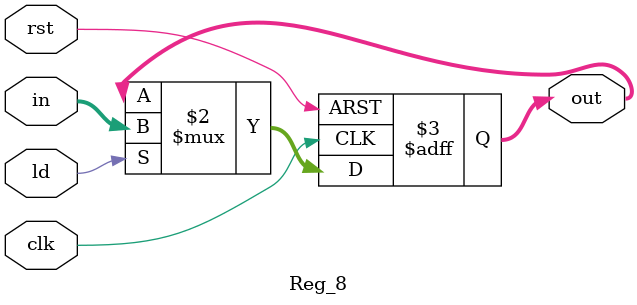
<source format=v>
`timescale 1ns/1ns

module Reg_8(input clk, rst, ld, input [7:0] in, output reg [7:0] out);
	always @(posedge clk, posedge rst) begin
		if(rst) begin
			out <= 8'b0;
		end else begin
			out <= ld ? in : out;
		end
	end
endmodule


</source>
